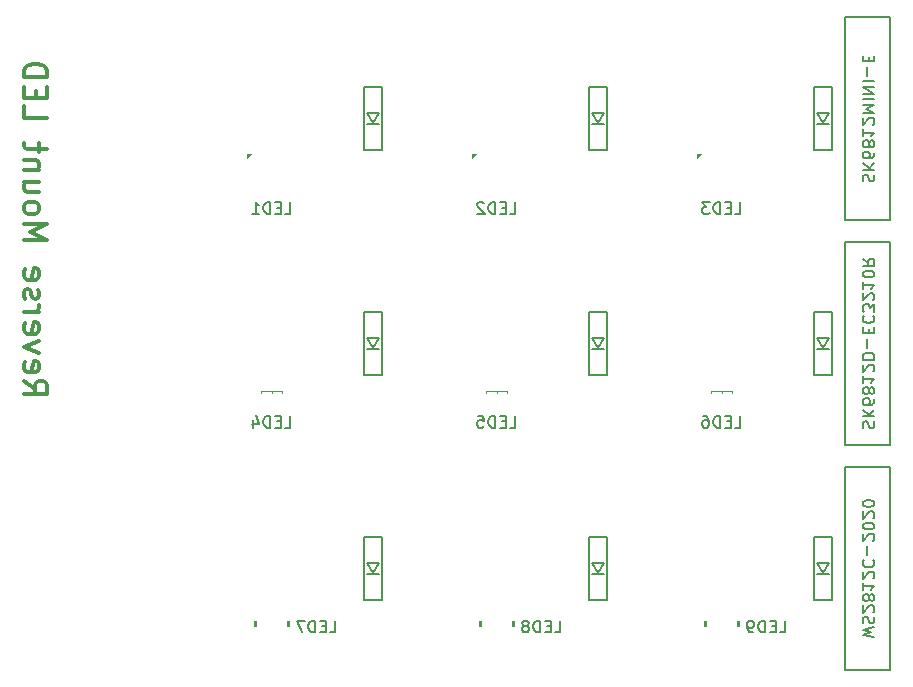
<source format=gbr>
%TF.GenerationSoftware,KiCad,Pcbnew,(6.0.1)*%
%TF.CreationDate,2022-06-19T22:09:19+09:00*%
%TF.ProjectId,reverse-mount-led-keboard,72657665-7273-4652-9d6d-6f756e742d6c,rev?*%
%TF.SameCoordinates,Original*%
%TF.FileFunction,Legend,Bot*%
%TF.FilePolarity,Positive*%
%FSLAX46Y46*%
G04 Gerber Fmt 4.6, Leading zero omitted, Abs format (unit mm)*
G04 Created by KiCad (PCBNEW (6.0.1)) date 2022-06-19 22:09:19*
%MOMM*%
%LPD*%
G01*
G04 APERTURE LIST*
%ADD10C,0.300000*%
%ADD11C,0.150000*%
%ADD12C,0.120000*%
G04 APERTURE END LIST*
D10*
X-766814761Y589300476D02*
X-765862380Y588633809D01*
X-766814761Y588157619D02*
X-764814761Y588157619D01*
X-764814761Y588919523D01*
X-764910000Y589110000D01*
X-765005238Y589205238D01*
X-765195714Y589300476D01*
X-765481428Y589300476D01*
X-765671904Y589205238D01*
X-765767142Y589110000D01*
X-765862380Y588919523D01*
X-765862380Y588157619D01*
X-766719523Y590919523D02*
X-766814761Y590729047D01*
X-766814761Y590348095D01*
X-766719523Y590157619D01*
X-766529047Y590062380D01*
X-765767142Y590062380D01*
X-765576666Y590157619D01*
X-765481428Y590348095D01*
X-765481428Y590729047D01*
X-765576666Y590919523D01*
X-765767142Y591014761D01*
X-765957619Y591014761D01*
X-766148095Y590062380D01*
X-765481428Y591681428D02*
X-766814761Y592157619D01*
X-765481428Y592633809D01*
X-766719523Y594157619D02*
X-766814761Y593967142D01*
X-766814761Y593586190D01*
X-766719523Y593395714D01*
X-766529047Y593300476D01*
X-765767142Y593300476D01*
X-765576666Y593395714D01*
X-765481428Y593586190D01*
X-765481428Y593967142D01*
X-765576666Y594157619D01*
X-765767142Y594252857D01*
X-765957619Y594252857D01*
X-766148095Y593300476D01*
X-766814761Y595110000D02*
X-765481428Y595110000D01*
X-765862380Y595110000D02*
X-765671904Y595205238D01*
X-765576666Y595300476D01*
X-765481428Y595490952D01*
X-765481428Y595681428D01*
X-766719523Y596252857D02*
X-766814761Y596443333D01*
X-766814761Y596824285D01*
X-766719523Y597014761D01*
X-766529047Y597110000D01*
X-766433809Y597110000D01*
X-766243333Y597014761D01*
X-766148095Y596824285D01*
X-766148095Y596538571D01*
X-766052857Y596348095D01*
X-765862380Y596252857D01*
X-765767142Y596252857D01*
X-765576666Y596348095D01*
X-765481428Y596538571D01*
X-765481428Y596824285D01*
X-765576666Y597014761D01*
X-766719523Y598729047D02*
X-766814761Y598538571D01*
X-766814761Y598157619D01*
X-766719523Y597967142D01*
X-766529047Y597871904D01*
X-765767142Y597871904D01*
X-765576666Y597967142D01*
X-765481428Y598157619D01*
X-765481428Y598538571D01*
X-765576666Y598729047D01*
X-765767142Y598824285D01*
X-765957619Y598824285D01*
X-766148095Y597871904D01*
X-766814761Y601205238D02*
X-764814761Y601205238D01*
X-766243333Y601871904D01*
X-764814761Y602538571D01*
X-766814761Y602538571D01*
X-766814761Y603776666D02*
X-766719523Y603586190D01*
X-766624285Y603490952D01*
X-766433809Y603395714D01*
X-765862380Y603395714D01*
X-765671904Y603490952D01*
X-765576666Y603586190D01*
X-765481428Y603776666D01*
X-765481428Y604062380D01*
X-765576666Y604252857D01*
X-765671904Y604348095D01*
X-765862380Y604443333D01*
X-766433809Y604443333D01*
X-766624285Y604348095D01*
X-766719523Y604252857D01*
X-766814761Y604062380D01*
X-766814761Y603776666D01*
X-765481428Y606157619D02*
X-766814761Y606157619D01*
X-765481428Y605300476D02*
X-766529047Y605300476D01*
X-766719523Y605395714D01*
X-766814761Y605586190D01*
X-766814761Y605871904D01*
X-766719523Y606062380D01*
X-766624285Y606157619D01*
X-765481428Y607110000D02*
X-766814761Y607110000D01*
X-765671904Y607110000D02*
X-765576666Y607205238D01*
X-765481428Y607395714D01*
X-765481428Y607681428D01*
X-765576666Y607871904D01*
X-765767142Y607967142D01*
X-766814761Y607967142D01*
X-765481428Y608633809D02*
X-765481428Y609395714D01*
X-764814761Y608919523D02*
X-766529047Y608919523D01*
X-766719523Y609014761D01*
X-766814761Y609205238D01*
X-766814761Y609395714D01*
X-766814761Y612538571D02*
X-766814761Y611586190D01*
X-764814761Y611586190D01*
X-765767142Y613205238D02*
X-765767142Y613871904D01*
X-766814761Y614157619D02*
X-766814761Y613205238D01*
X-764814761Y613205238D01*
X-764814761Y614157619D01*
X-766814761Y615014761D02*
X-764814761Y615014761D01*
X-764814761Y615490952D01*
X-764910000Y615776666D01*
X-765100476Y615967142D01*
X-765290952Y616062380D01*
X-765671904Y616157619D01*
X-765957619Y616157619D01*
X-766338571Y616062380D01*
X-766529047Y615967142D01*
X-766719523Y615776666D01*
X-766814761Y615490952D01*
X-766814761Y615014761D01*
D11*
X-697230000Y601027500D02*
X-693420000Y601027500D01*
X-693420000Y601027500D02*
X-693420000Y583882500D01*
X-693420000Y583882500D02*
X-697230000Y583882500D01*
X-697230000Y583882500D02*
X-697230000Y601027500D01*
X-697230000Y581977500D02*
X-693420000Y581977500D01*
X-693420000Y581977500D02*
X-693420000Y564832500D01*
X-693420000Y564832500D02*
X-697230000Y564832500D01*
X-697230000Y564832500D02*
X-697230000Y581977500D01*
X-697230000Y620077500D02*
X-693420000Y620077500D01*
X-693420000Y620077500D02*
X-693420000Y602932500D01*
X-693420000Y602932500D02*
X-697230000Y602932500D01*
X-697230000Y602932500D02*
X-697230000Y620077500D01*
X-694777380Y567571666D02*
X-695777380Y567809761D01*
X-695063095Y568000238D01*
X-695777380Y568190714D01*
X-694777380Y568428809D01*
X-695729761Y568762142D02*
X-695777380Y568905000D01*
X-695777380Y569143095D01*
X-695729761Y569238333D01*
X-695682142Y569285952D01*
X-695586904Y569333571D01*
X-695491666Y569333571D01*
X-695396428Y569285952D01*
X-695348809Y569238333D01*
X-695301190Y569143095D01*
X-695253571Y568952619D01*
X-695205952Y568857380D01*
X-695158333Y568809761D01*
X-695063095Y568762142D01*
X-694967857Y568762142D01*
X-694872619Y568809761D01*
X-694825000Y568857380D01*
X-694777380Y568952619D01*
X-694777380Y569190714D01*
X-694825000Y569333571D01*
X-694872619Y569714523D02*
X-694825000Y569762142D01*
X-694777380Y569857380D01*
X-694777380Y570095476D01*
X-694825000Y570190714D01*
X-694872619Y570238333D01*
X-694967857Y570285952D01*
X-695063095Y570285952D01*
X-695205952Y570238333D01*
X-695777380Y569666904D01*
X-695777380Y570285952D01*
X-695205952Y570857380D02*
X-695158333Y570762142D01*
X-695110714Y570714523D01*
X-695015476Y570666904D01*
X-694967857Y570666904D01*
X-694872619Y570714523D01*
X-694825000Y570762142D01*
X-694777380Y570857380D01*
X-694777380Y571047857D01*
X-694825000Y571143095D01*
X-694872619Y571190714D01*
X-694967857Y571238333D01*
X-695015476Y571238333D01*
X-695110714Y571190714D01*
X-695158333Y571143095D01*
X-695205952Y571047857D01*
X-695205952Y570857380D01*
X-695253571Y570762142D01*
X-695301190Y570714523D01*
X-695396428Y570666904D01*
X-695586904Y570666904D01*
X-695682142Y570714523D01*
X-695729761Y570762142D01*
X-695777380Y570857380D01*
X-695777380Y571047857D01*
X-695729761Y571143095D01*
X-695682142Y571190714D01*
X-695586904Y571238333D01*
X-695396428Y571238333D01*
X-695301190Y571190714D01*
X-695253571Y571143095D01*
X-695205952Y571047857D01*
X-695777380Y572190714D02*
X-695777380Y571619285D01*
X-695777380Y571905000D02*
X-694777380Y571905000D01*
X-694920238Y571809761D01*
X-695015476Y571714523D01*
X-695063095Y571619285D01*
X-694872619Y572571666D02*
X-694825000Y572619285D01*
X-694777380Y572714523D01*
X-694777380Y572952619D01*
X-694825000Y573047857D01*
X-694872619Y573095476D01*
X-694967857Y573143095D01*
X-695063095Y573143095D01*
X-695205952Y573095476D01*
X-695777380Y572524047D01*
X-695777380Y573143095D01*
X-695682142Y574143095D02*
X-695729761Y574095476D01*
X-695777380Y573952619D01*
X-695777380Y573857380D01*
X-695729761Y573714523D01*
X-695634523Y573619285D01*
X-695539285Y573571666D01*
X-695348809Y573524047D01*
X-695205952Y573524047D01*
X-695015476Y573571666D01*
X-694920238Y573619285D01*
X-694825000Y573714523D01*
X-694777380Y573857380D01*
X-694777380Y573952619D01*
X-694825000Y574095476D01*
X-694872619Y574143095D01*
X-695396428Y574571666D02*
X-695396428Y575333571D01*
X-694872619Y575762142D02*
X-694825000Y575809761D01*
X-694777380Y575905000D01*
X-694777380Y576143095D01*
X-694825000Y576238333D01*
X-694872619Y576285952D01*
X-694967857Y576333571D01*
X-695063095Y576333571D01*
X-695205952Y576285952D01*
X-695777380Y575714523D01*
X-695777380Y576333571D01*
X-694777380Y576952619D02*
X-694777380Y577047857D01*
X-694825000Y577143095D01*
X-694872619Y577190714D01*
X-694967857Y577238333D01*
X-695158333Y577285952D01*
X-695396428Y577285952D01*
X-695586904Y577238333D01*
X-695682142Y577190714D01*
X-695729761Y577143095D01*
X-695777380Y577047857D01*
X-695777380Y576952619D01*
X-695729761Y576857380D01*
X-695682142Y576809761D01*
X-695586904Y576762142D01*
X-695396428Y576714523D01*
X-695158333Y576714523D01*
X-694967857Y576762142D01*
X-694872619Y576809761D01*
X-694825000Y576857380D01*
X-694777380Y576952619D01*
X-694872619Y577666904D02*
X-694825000Y577714523D01*
X-694777380Y577809761D01*
X-694777380Y578047857D01*
X-694825000Y578143095D01*
X-694872619Y578190714D01*
X-694967857Y578238333D01*
X-695063095Y578238333D01*
X-695205952Y578190714D01*
X-695777380Y577619285D01*
X-695777380Y578238333D01*
X-694777380Y578857380D02*
X-694777380Y578952619D01*
X-694825000Y579047857D01*
X-694872619Y579095476D01*
X-694967857Y579143095D01*
X-695158333Y579190714D01*
X-695396428Y579190714D01*
X-695586904Y579143095D01*
X-695682142Y579095476D01*
X-695729761Y579047857D01*
X-695777380Y578952619D01*
X-695777380Y578857380D01*
X-695729761Y578762142D01*
X-695682142Y578714523D01*
X-695586904Y578666904D01*
X-695396428Y578619285D01*
X-695158333Y578619285D01*
X-694967857Y578666904D01*
X-694872619Y578714523D01*
X-694825000Y578762142D01*
X-694777380Y578857380D01*
X-695729761Y585288333D02*
X-695777380Y585431190D01*
X-695777380Y585669285D01*
X-695729761Y585764523D01*
X-695682142Y585812142D01*
X-695586904Y585859761D01*
X-695491666Y585859761D01*
X-695396428Y585812142D01*
X-695348809Y585764523D01*
X-695301190Y585669285D01*
X-695253571Y585478809D01*
X-695205952Y585383571D01*
X-695158333Y585335952D01*
X-695063095Y585288333D01*
X-694967857Y585288333D01*
X-694872619Y585335952D01*
X-694825000Y585383571D01*
X-694777380Y585478809D01*
X-694777380Y585716904D01*
X-694825000Y585859761D01*
X-695777380Y586288333D02*
X-694777380Y586288333D01*
X-695777380Y586859761D02*
X-695205952Y586431190D01*
X-694777380Y586859761D02*
X-695348809Y586288333D01*
X-694777380Y587716904D02*
X-694777380Y587526428D01*
X-694825000Y587431190D01*
X-694872619Y587383571D01*
X-695015476Y587288333D01*
X-695205952Y587240714D01*
X-695586904Y587240714D01*
X-695682142Y587288333D01*
X-695729761Y587335952D01*
X-695777380Y587431190D01*
X-695777380Y587621666D01*
X-695729761Y587716904D01*
X-695682142Y587764523D01*
X-695586904Y587812142D01*
X-695348809Y587812142D01*
X-695253571Y587764523D01*
X-695205952Y587716904D01*
X-695158333Y587621666D01*
X-695158333Y587431190D01*
X-695205952Y587335952D01*
X-695253571Y587288333D01*
X-695348809Y587240714D01*
X-695205952Y588383571D02*
X-695158333Y588288333D01*
X-695110714Y588240714D01*
X-695015476Y588193095D01*
X-694967857Y588193095D01*
X-694872619Y588240714D01*
X-694825000Y588288333D01*
X-694777380Y588383571D01*
X-694777380Y588574047D01*
X-694825000Y588669285D01*
X-694872619Y588716904D01*
X-694967857Y588764523D01*
X-695015476Y588764523D01*
X-695110714Y588716904D01*
X-695158333Y588669285D01*
X-695205952Y588574047D01*
X-695205952Y588383571D01*
X-695253571Y588288333D01*
X-695301190Y588240714D01*
X-695396428Y588193095D01*
X-695586904Y588193095D01*
X-695682142Y588240714D01*
X-695729761Y588288333D01*
X-695777380Y588383571D01*
X-695777380Y588574047D01*
X-695729761Y588669285D01*
X-695682142Y588716904D01*
X-695586904Y588764523D01*
X-695396428Y588764523D01*
X-695301190Y588716904D01*
X-695253571Y588669285D01*
X-695205952Y588574047D01*
X-695777380Y589716904D02*
X-695777380Y589145476D01*
X-695777380Y589431190D02*
X-694777380Y589431190D01*
X-694920238Y589335952D01*
X-695015476Y589240714D01*
X-695063095Y589145476D01*
X-694872619Y590097857D02*
X-694825000Y590145476D01*
X-694777380Y590240714D01*
X-694777380Y590478809D01*
X-694825000Y590574047D01*
X-694872619Y590621666D01*
X-694967857Y590669285D01*
X-695063095Y590669285D01*
X-695205952Y590621666D01*
X-695777380Y590050238D01*
X-695777380Y590669285D01*
X-695777380Y591097857D02*
X-694777380Y591097857D01*
X-694777380Y591335952D01*
X-694825000Y591478809D01*
X-694920238Y591574047D01*
X-695015476Y591621666D01*
X-695205952Y591669285D01*
X-695348809Y591669285D01*
X-695539285Y591621666D01*
X-695634523Y591574047D01*
X-695729761Y591478809D01*
X-695777380Y591335952D01*
X-695777380Y591097857D01*
X-695396428Y592097857D02*
X-695396428Y592859761D01*
X-695253571Y593335952D02*
X-695253571Y593669285D01*
X-695777380Y593812142D02*
X-695777380Y593335952D01*
X-694777380Y593335952D01*
X-694777380Y593812142D01*
X-695682142Y594812142D02*
X-695729761Y594764523D01*
X-695777380Y594621666D01*
X-695777380Y594526428D01*
X-695729761Y594383571D01*
X-695634523Y594288333D01*
X-695539285Y594240714D01*
X-695348809Y594193095D01*
X-695205952Y594193095D01*
X-695015476Y594240714D01*
X-694920238Y594288333D01*
X-694825000Y594383571D01*
X-694777380Y594526428D01*
X-694777380Y594621666D01*
X-694825000Y594764523D01*
X-694872619Y594812142D01*
X-694777380Y595145476D02*
X-694777380Y595764523D01*
X-695158333Y595431190D01*
X-695158333Y595574047D01*
X-695205952Y595669285D01*
X-695253571Y595716904D01*
X-695348809Y595764523D01*
X-695586904Y595764523D01*
X-695682142Y595716904D01*
X-695729761Y595669285D01*
X-695777380Y595574047D01*
X-695777380Y595288333D01*
X-695729761Y595193095D01*
X-695682142Y595145476D01*
X-694872619Y596145476D02*
X-694825000Y596193095D01*
X-694777380Y596288333D01*
X-694777380Y596526428D01*
X-694825000Y596621666D01*
X-694872619Y596669285D01*
X-694967857Y596716904D01*
X-695063095Y596716904D01*
X-695205952Y596669285D01*
X-695777380Y596097857D01*
X-695777380Y596716904D01*
X-695777380Y597669285D02*
X-695777380Y597097857D01*
X-695777380Y597383571D02*
X-694777380Y597383571D01*
X-694920238Y597288333D01*
X-695015476Y597193095D01*
X-695063095Y597097857D01*
X-694777380Y598288333D02*
X-694777380Y598383571D01*
X-694825000Y598478809D01*
X-694872619Y598526428D01*
X-694967857Y598574047D01*
X-695158333Y598621666D01*
X-695396428Y598621666D01*
X-695586904Y598574047D01*
X-695682142Y598526428D01*
X-695729761Y598478809D01*
X-695777380Y598383571D01*
X-695777380Y598288333D01*
X-695729761Y598193095D01*
X-695682142Y598145476D01*
X-695586904Y598097857D01*
X-695396428Y598050238D01*
X-695158333Y598050238D01*
X-694967857Y598097857D01*
X-694872619Y598145476D01*
X-694825000Y598193095D01*
X-694777380Y598288333D01*
X-695777380Y599621666D02*
X-695301190Y599288333D01*
X-695777380Y599050238D02*
X-694777380Y599050238D01*
X-694777380Y599431190D01*
X-694825000Y599526428D01*
X-694872619Y599574047D01*
X-694967857Y599621666D01*
X-695110714Y599621666D01*
X-695205952Y599574047D01*
X-695253571Y599526428D01*
X-695301190Y599431190D01*
X-695301190Y599050238D01*
X-695729761Y606171666D02*
X-695777380Y606314523D01*
X-695777380Y606552619D01*
X-695729761Y606647857D01*
X-695682142Y606695476D01*
X-695586904Y606743095D01*
X-695491666Y606743095D01*
X-695396428Y606695476D01*
X-695348809Y606647857D01*
X-695301190Y606552619D01*
X-695253571Y606362142D01*
X-695205952Y606266904D01*
X-695158333Y606219285D01*
X-695063095Y606171666D01*
X-694967857Y606171666D01*
X-694872619Y606219285D01*
X-694825000Y606266904D01*
X-694777380Y606362142D01*
X-694777380Y606600238D01*
X-694825000Y606743095D01*
X-695777380Y607171666D02*
X-694777380Y607171666D01*
X-695777380Y607743095D02*
X-695205952Y607314523D01*
X-694777380Y607743095D02*
X-695348809Y607171666D01*
X-694777380Y608600238D02*
X-694777380Y608409761D01*
X-694825000Y608314523D01*
X-694872619Y608266904D01*
X-695015476Y608171666D01*
X-695205952Y608124047D01*
X-695586904Y608124047D01*
X-695682142Y608171666D01*
X-695729761Y608219285D01*
X-695777380Y608314523D01*
X-695777380Y608505000D01*
X-695729761Y608600238D01*
X-695682142Y608647857D01*
X-695586904Y608695476D01*
X-695348809Y608695476D01*
X-695253571Y608647857D01*
X-695205952Y608600238D01*
X-695158333Y608505000D01*
X-695158333Y608314523D01*
X-695205952Y608219285D01*
X-695253571Y608171666D01*
X-695348809Y608124047D01*
X-695205952Y609266904D02*
X-695158333Y609171666D01*
X-695110714Y609124047D01*
X-695015476Y609076428D01*
X-694967857Y609076428D01*
X-694872619Y609124047D01*
X-694825000Y609171666D01*
X-694777380Y609266904D01*
X-694777380Y609457380D01*
X-694825000Y609552619D01*
X-694872619Y609600238D01*
X-694967857Y609647857D01*
X-695015476Y609647857D01*
X-695110714Y609600238D01*
X-695158333Y609552619D01*
X-695205952Y609457380D01*
X-695205952Y609266904D01*
X-695253571Y609171666D01*
X-695301190Y609124047D01*
X-695396428Y609076428D01*
X-695586904Y609076428D01*
X-695682142Y609124047D01*
X-695729761Y609171666D01*
X-695777380Y609266904D01*
X-695777380Y609457380D01*
X-695729761Y609552619D01*
X-695682142Y609600238D01*
X-695586904Y609647857D01*
X-695396428Y609647857D01*
X-695301190Y609600238D01*
X-695253571Y609552619D01*
X-695205952Y609457380D01*
X-695777380Y610600238D02*
X-695777380Y610028809D01*
X-695777380Y610314523D02*
X-694777380Y610314523D01*
X-694920238Y610219285D01*
X-695015476Y610124047D01*
X-695063095Y610028809D01*
X-694872619Y610981190D02*
X-694825000Y611028809D01*
X-694777380Y611124047D01*
X-694777380Y611362142D01*
X-694825000Y611457380D01*
X-694872619Y611505000D01*
X-694967857Y611552619D01*
X-695063095Y611552619D01*
X-695205952Y611505000D01*
X-695777380Y610933571D01*
X-695777380Y611552619D01*
X-695777380Y611981190D02*
X-694777380Y611981190D01*
X-695491666Y612314523D01*
X-694777380Y612647857D01*
X-695777380Y612647857D01*
X-695777380Y613124047D02*
X-694777380Y613124047D01*
X-695777380Y613600238D02*
X-694777380Y613600238D01*
X-695777380Y614171666D01*
X-694777380Y614171666D01*
X-695777380Y614647857D02*
X-694777380Y614647857D01*
X-695396428Y615124047D02*
X-695396428Y615885952D01*
X-695253571Y616362142D02*
X-695253571Y616695476D01*
X-695777380Y616838333D02*
X-695777380Y616362142D01*
X-694777380Y616362142D01*
X-694777380Y616838333D01*
%TO.C,LED6*%
X-706587952Y585335119D02*
X-706111761Y585335119D01*
X-706111761Y586335119D01*
X-706921285Y585858928D02*
X-707254619Y585858928D01*
X-707397476Y585335119D02*
X-706921285Y585335119D01*
X-706921285Y586335119D01*
X-707397476Y586335119D01*
X-707826047Y585335119D02*
X-707826047Y586335119D01*
X-708064142Y586335119D01*
X-708207000Y586287500D01*
X-708302238Y586192261D01*
X-708349857Y586097023D01*
X-708397476Y585906547D01*
X-708397476Y585763690D01*
X-708349857Y585573214D01*
X-708302238Y585477976D01*
X-708207000Y585382738D01*
X-708064142Y585335119D01*
X-707826047Y585335119D01*
X-709254619Y586335119D02*
X-709064142Y586335119D01*
X-708968904Y586287500D01*
X-708921285Y586239880D01*
X-708826047Y586097023D01*
X-708778428Y585906547D01*
X-708778428Y585525595D01*
X-708826047Y585430357D01*
X-708873666Y585382738D01*
X-708968904Y585335119D01*
X-709159380Y585335119D01*
X-709254619Y585382738D01*
X-709302238Y585430357D01*
X-709349857Y585525595D01*
X-709349857Y585763690D01*
X-709302238Y585858928D01*
X-709254619Y585906547D01*
X-709159380Y585954166D01*
X-708968904Y585954166D01*
X-708873666Y585906547D01*
X-708826047Y585858928D01*
X-708778428Y585763690D01*
%TO.C,LED2*%
X-725637952Y603432619D02*
X-725161761Y603432619D01*
X-725161761Y604432619D01*
X-725971285Y603956428D02*
X-726304619Y603956428D01*
X-726447476Y603432619D02*
X-725971285Y603432619D01*
X-725971285Y604432619D01*
X-726447476Y604432619D01*
X-726876047Y603432619D02*
X-726876047Y604432619D01*
X-727114142Y604432619D01*
X-727257000Y604385000D01*
X-727352238Y604289761D01*
X-727399857Y604194523D01*
X-727447476Y604004047D01*
X-727447476Y603861190D01*
X-727399857Y603670714D01*
X-727352238Y603575476D01*
X-727257000Y603480238D01*
X-727114142Y603432619D01*
X-726876047Y603432619D01*
X-727828428Y604337380D02*
X-727876047Y604385000D01*
X-727971285Y604432619D01*
X-728209380Y604432619D01*
X-728304619Y604385000D01*
X-728352238Y604337380D01*
X-728399857Y604242142D01*
X-728399857Y604146904D01*
X-728352238Y604004047D01*
X-727780809Y603432619D01*
X-728399857Y603432619D01*
%TO.C,LED9*%
X-702777952Y567992619D02*
X-702301761Y567992619D01*
X-702301761Y568992619D01*
X-703111285Y568516428D02*
X-703444619Y568516428D01*
X-703587476Y567992619D02*
X-703111285Y567992619D01*
X-703111285Y568992619D01*
X-703587476Y568992619D01*
X-704016047Y567992619D02*
X-704016047Y568992619D01*
X-704254142Y568992619D01*
X-704397000Y568945000D01*
X-704492238Y568849761D01*
X-704539857Y568754523D01*
X-704587476Y568564047D01*
X-704587476Y568421190D01*
X-704539857Y568230714D01*
X-704492238Y568135476D01*
X-704397000Y568040238D01*
X-704254142Y567992619D01*
X-704016047Y567992619D01*
X-705063666Y567992619D02*
X-705254142Y567992619D01*
X-705349380Y568040238D01*
X-705397000Y568087857D01*
X-705492238Y568230714D01*
X-705539857Y568421190D01*
X-705539857Y568802142D01*
X-705492238Y568897380D01*
X-705444619Y568945000D01*
X-705349380Y568992619D01*
X-705158904Y568992619D01*
X-705063666Y568945000D01*
X-705016047Y568897380D01*
X-704968428Y568802142D01*
X-704968428Y568564047D01*
X-705016047Y568468809D01*
X-705063666Y568421190D01*
X-705158904Y568373571D01*
X-705349380Y568373571D01*
X-705444619Y568421190D01*
X-705492238Y568468809D01*
X-705539857Y568564047D01*
%TO.C,LED8*%
X-721827952Y567992619D02*
X-721351761Y567992619D01*
X-721351761Y568992619D01*
X-722161285Y568516428D02*
X-722494619Y568516428D01*
X-722637476Y567992619D02*
X-722161285Y567992619D01*
X-722161285Y568992619D01*
X-722637476Y568992619D01*
X-723066047Y567992619D02*
X-723066047Y568992619D01*
X-723304142Y568992619D01*
X-723447000Y568945000D01*
X-723542238Y568849761D01*
X-723589857Y568754523D01*
X-723637476Y568564047D01*
X-723637476Y568421190D01*
X-723589857Y568230714D01*
X-723542238Y568135476D01*
X-723447000Y568040238D01*
X-723304142Y567992619D01*
X-723066047Y567992619D01*
X-724208904Y568564047D02*
X-724113666Y568611666D01*
X-724066047Y568659285D01*
X-724018428Y568754523D01*
X-724018428Y568802142D01*
X-724066047Y568897380D01*
X-724113666Y568945000D01*
X-724208904Y568992619D01*
X-724399380Y568992619D01*
X-724494619Y568945000D01*
X-724542238Y568897380D01*
X-724589857Y568802142D01*
X-724589857Y568754523D01*
X-724542238Y568659285D01*
X-724494619Y568611666D01*
X-724399380Y568564047D01*
X-724208904Y568564047D01*
X-724113666Y568516428D01*
X-724066047Y568468809D01*
X-724018428Y568373571D01*
X-724018428Y568183095D01*
X-724066047Y568087857D01*
X-724113666Y568040238D01*
X-724208904Y567992619D01*
X-724399380Y567992619D01*
X-724494619Y568040238D01*
X-724542238Y568087857D01*
X-724589857Y568183095D01*
X-724589857Y568373571D01*
X-724542238Y568468809D01*
X-724494619Y568516428D01*
X-724399380Y568564047D01*
%TO.C,LED3*%
X-706587952Y603432619D02*
X-706111761Y603432619D01*
X-706111761Y604432619D01*
X-706921285Y603956428D02*
X-707254619Y603956428D01*
X-707397476Y603432619D02*
X-706921285Y603432619D01*
X-706921285Y604432619D01*
X-707397476Y604432619D01*
X-707826047Y603432619D02*
X-707826047Y604432619D01*
X-708064142Y604432619D01*
X-708207000Y604385000D01*
X-708302238Y604289761D01*
X-708349857Y604194523D01*
X-708397476Y604004047D01*
X-708397476Y603861190D01*
X-708349857Y603670714D01*
X-708302238Y603575476D01*
X-708207000Y603480238D01*
X-708064142Y603432619D01*
X-707826047Y603432619D01*
X-708730809Y604432619D02*
X-709349857Y604432619D01*
X-709016523Y604051666D01*
X-709159380Y604051666D01*
X-709254619Y604004047D01*
X-709302238Y603956428D01*
X-709349857Y603861190D01*
X-709349857Y603623095D01*
X-709302238Y603527857D01*
X-709254619Y603480238D01*
X-709159380Y603432619D01*
X-708873666Y603432619D01*
X-708778428Y603480238D01*
X-708730809Y603527857D01*
%TO.C,LED7*%
X-740877952Y567992619D02*
X-740401761Y567992619D01*
X-740401761Y568992619D01*
X-741211285Y568516428D02*
X-741544619Y568516428D01*
X-741687476Y567992619D02*
X-741211285Y567992619D01*
X-741211285Y568992619D01*
X-741687476Y568992619D01*
X-742116047Y567992619D02*
X-742116047Y568992619D01*
X-742354142Y568992619D01*
X-742497000Y568945000D01*
X-742592238Y568849761D01*
X-742639857Y568754523D01*
X-742687476Y568564047D01*
X-742687476Y568421190D01*
X-742639857Y568230714D01*
X-742592238Y568135476D01*
X-742497000Y568040238D01*
X-742354142Y567992619D01*
X-742116047Y567992619D01*
X-743020809Y568992619D02*
X-743687476Y568992619D01*
X-743258904Y567992619D01*
%TO.C,LED1*%
X-744687952Y603432619D02*
X-744211761Y603432619D01*
X-744211761Y604432619D01*
X-745021285Y603956428D02*
X-745354619Y603956428D01*
X-745497476Y603432619D02*
X-745021285Y603432619D01*
X-745021285Y604432619D01*
X-745497476Y604432619D01*
X-745926047Y603432619D02*
X-745926047Y604432619D01*
X-746164142Y604432619D01*
X-746307000Y604385000D01*
X-746402238Y604289761D01*
X-746449857Y604194523D01*
X-746497476Y604004047D01*
X-746497476Y603861190D01*
X-746449857Y603670714D01*
X-746402238Y603575476D01*
X-746307000Y603480238D01*
X-746164142Y603432619D01*
X-745926047Y603432619D01*
X-747449857Y603432619D02*
X-746878428Y603432619D01*
X-747164142Y603432619D02*
X-747164142Y604432619D01*
X-747068904Y604289761D01*
X-746973666Y604194523D01*
X-746878428Y604146904D01*
%TO.C,LED4*%
X-744687952Y585335119D02*
X-744211761Y585335119D01*
X-744211761Y586335119D01*
X-745021285Y585858928D02*
X-745354619Y585858928D01*
X-745497476Y585335119D02*
X-745021285Y585335119D01*
X-745021285Y586335119D01*
X-745497476Y586335119D01*
X-745926047Y585335119D02*
X-745926047Y586335119D01*
X-746164142Y586335119D01*
X-746307000Y586287500D01*
X-746402238Y586192261D01*
X-746449857Y586097023D01*
X-746497476Y585906547D01*
X-746497476Y585763690D01*
X-746449857Y585573214D01*
X-746402238Y585477976D01*
X-746307000Y585382738D01*
X-746164142Y585335119D01*
X-745926047Y585335119D01*
X-747354619Y586001785D02*
X-747354619Y585335119D01*
X-747116523Y586382738D02*
X-746878428Y585668452D01*
X-747497476Y585668452D01*
%TO.C,LED5*%
X-725637952Y585335119D02*
X-725161761Y585335119D01*
X-725161761Y586335119D01*
X-725971285Y585858928D02*
X-726304619Y585858928D01*
X-726447476Y585335119D02*
X-725971285Y585335119D01*
X-725971285Y586335119D01*
X-726447476Y586335119D01*
X-726876047Y585335119D02*
X-726876047Y586335119D01*
X-727114142Y586335119D01*
X-727257000Y586287500D01*
X-727352238Y586192261D01*
X-727399857Y586097023D01*
X-727447476Y585906547D01*
X-727447476Y585763690D01*
X-727399857Y585573214D01*
X-727352238Y585477976D01*
X-727257000Y585382738D01*
X-727114142Y585335119D01*
X-726876047Y585335119D01*
X-728352238Y586335119D02*
X-727876047Y586335119D01*
X-727828428Y585858928D01*
X-727876047Y585906547D01*
X-727971285Y585954166D01*
X-728209380Y585954166D01*
X-728304619Y585906547D01*
X-728352238Y585858928D01*
X-728399857Y585763690D01*
X-728399857Y585525595D01*
X-728352238Y585430357D01*
X-728304619Y585382738D01*
X-728209380Y585335119D01*
X-727971285Y585335119D01*
X-727876047Y585382738D01*
X-727828428Y585430357D01*
D12*
%TO.C,LED6*%
X-707707000Y588245000D02*
X-707707000Y588395000D01*
X-706807000Y588245000D02*
X-706807000Y588395000D01*
X-708607000Y588395000D02*
X-708607000Y588245000D01*
X-708607000Y588395000D02*
X-706807000Y588395000D01*
D11*
%TO.C,D3*%
X-699885000Y608805000D02*
X-699885000Y614205000D01*
X-698385000Y608805000D02*
X-699885000Y608805000D01*
X-698385000Y614205000D02*
X-699885000Y614205000D01*
X-699135000Y611105000D02*
X-698635000Y612005000D01*
X-698635000Y612005000D02*
X-699635000Y612005000D01*
X-698385000Y614205000D02*
X-698385000Y608805000D01*
X-698635000Y611005000D02*
X-699635000Y611005000D01*
X-699635000Y612005000D02*
X-699135000Y611105000D01*
D12*
%TO.C,LED2*%
X-728507000Y608470000D02*
X-728882000Y608470000D01*
X-728882000Y608470000D02*
X-728882000Y608170000D01*
X-728882000Y608170000D02*
X-728507000Y608470000D01*
G36*
X-728882000Y608170000D02*
G01*
X-728882000Y608470000D01*
X-728507000Y608470000D01*
X-728882000Y608170000D01*
G37*
X-728882000Y608170000D02*
X-728882000Y608470000D01*
X-728507000Y608470000D01*
X-728882000Y608170000D01*
%TO.C,LED9*%
X-706407000Y568945000D02*
X-706207000Y568945000D01*
X-706207000Y568945000D02*
X-706207000Y568495000D01*
X-706207000Y568495000D02*
X-706407000Y568495000D01*
X-706407000Y568495000D02*
X-706407000Y568945000D01*
G36*
X-706407000Y568945000D02*
G01*
X-706207000Y568945000D01*
X-706207000Y568495000D01*
X-706407000Y568495000D01*
X-706407000Y568945000D01*
G37*
X-709207000Y568945000D02*
X-709007000Y568945000D01*
X-709007000Y568945000D02*
X-709007000Y568495000D01*
X-709007000Y568495000D02*
X-709207000Y568495000D01*
X-709207000Y568495000D02*
X-709207000Y568945000D01*
G36*
X-709207000Y568945000D02*
G01*
X-709007000Y568945000D01*
X-709007000Y568495000D01*
X-709207000Y568495000D01*
X-709207000Y568945000D01*
G37*
D11*
%TO.C,D2*%
X-718685000Y612005000D02*
X-718185000Y611105000D01*
X-718935000Y608805000D02*
X-718935000Y614205000D01*
X-717435000Y614205000D02*
X-718935000Y614205000D01*
X-717435000Y608805000D02*
X-718935000Y608805000D01*
X-717435000Y614205000D02*
X-717435000Y608805000D01*
X-718185000Y611105000D02*
X-717685000Y612005000D01*
X-717685000Y612005000D02*
X-718685000Y612005000D01*
X-717685000Y611005000D02*
X-718685000Y611005000D01*
D12*
%TO.C,LED8*%
X-725457000Y568945000D02*
X-725257000Y568945000D01*
X-725257000Y568945000D02*
X-725257000Y568495000D01*
X-725257000Y568495000D02*
X-725457000Y568495000D01*
X-725457000Y568495000D02*
X-725457000Y568945000D01*
G36*
X-725457000Y568945000D02*
G01*
X-725257000Y568945000D01*
X-725257000Y568495000D01*
X-725457000Y568495000D01*
X-725457000Y568945000D01*
G37*
X-728257000Y568945000D02*
X-728057000Y568945000D01*
X-728057000Y568945000D02*
X-728057000Y568495000D01*
X-728057000Y568495000D02*
X-728257000Y568495000D01*
X-728257000Y568495000D02*
X-728257000Y568945000D01*
G36*
X-728257000Y568945000D02*
G01*
X-728057000Y568945000D01*
X-728057000Y568495000D01*
X-728257000Y568495000D01*
X-728257000Y568945000D01*
G37*
D11*
%TO.C,D4*%
X-737235000Y592055000D02*
X-736735000Y592955000D01*
X-736735000Y591955000D02*
X-737735000Y591955000D01*
X-736485000Y589755000D02*
X-737985000Y589755000D01*
X-736485000Y595155000D02*
X-737985000Y595155000D01*
X-736485000Y595155000D02*
X-736485000Y589755000D01*
X-737735000Y592955000D02*
X-737235000Y592055000D01*
X-737985000Y589755000D02*
X-737985000Y595155000D01*
X-736735000Y592955000D02*
X-737735000Y592955000D01*
%TO.C,D1*%
X-736485000Y614205000D02*
X-737985000Y614205000D01*
X-737235000Y611105000D02*
X-736735000Y612005000D01*
X-737735000Y612005000D02*
X-737235000Y611105000D01*
X-736735000Y611005000D02*
X-737735000Y611005000D01*
X-737985000Y608805000D02*
X-737985000Y614205000D01*
X-736735000Y612005000D02*
X-737735000Y612005000D01*
X-736485000Y608805000D02*
X-737985000Y608805000D01*
X-736485000Y614205000D02*
X-736485000Y608805000D01*
D12*
%TO.C,LED3*%
X-709457000Y608470000D02*
X-709832000Y608470000D01*
X-709832000Y608470000D02*
X-709832000Y608170000D01*
X-709832000Y608170000D02*
X-709457000Y608470000D01*
G36*
X-709832000Y608170000D02*
G01*
X-709832000Y608470000D01*
X-709457000Y608470000D01*
X-709832000Y608170000D01*
G37*
X-709832000Y608170000D02*
X-709832000Y608470000D01*
X-709457000Y608470000D01*
X-709832000Y608170000D01*
D11*
%TO.C,D8*%
X-717435000Y576105000D02*
X-718935000Y576105000D01*
X-718185000Y573005000D02*
X-717685000Y573905000D01*
X-717435000Y570705000D02*
X-718935000Y570705000D01*
X-717685000Y573905000D02*
X-718685000Y573905000D01*
X-718685000Y573905000D02*
X-718185000Y573005000D01*
X-718935000Y570705000D02*
X-718935000Y576105000D01*
X-717685000Y572905000D02*
X-718685000Y572905000D01*
X-717435000Y576105000D02*
X-717435000Y570705000D01*
%TO.C,D7*%
X-737735000Y573905000D02*
X-737235000Y573005000D01*
X-737235000Y573005000D02*
X-736735000Y573905000D01*
X-736485000Y570705000D02*
X-737985000Y570705000D01*
X-736735000Y573905000D02*
X-737735000Y573905000D01*
X-736735000Y572905000D02*
X-737735000Y572905000D01*
X-736485000Y576105000D02*
X-737985000Y576105000D01*
X-736485000Y576105000D02*
X-736485000Y570705000D01*
X-737985000Y570705000D02*
X-737985000Y576105000D01*
D12*
%TO.C,LED7*%
X-747307000Y568945000D02*
X-747107000Y568945000D01*
X-747107000Y568945000D02*
X-747107000Y568495000D01*
X-747107000Y568495000D02*
X-747307000Y568495000D01*
X-747307000Y568495000D02*
X-747307000Y568945000D01*
G36*
X-747307000Y568945000D02*
G01*
X-747107000Y568945000D01*
X-747107000Y568495000D01*
X-747307000Y568495000D01*
X-747307000Y568945000D01*
G37*
X-744507000Y568945000D02*
X-744307000Y568945000D01*
X-744307000Y568945000D02*
X-744307000Y568495000D01*
X-744307000Y568495000D02*
X-744507000Y568495000D01*
X-744507000Y568495000D02*
X-744507000Y568945000D01*
G36*
X-744507000Y568945000D02*
G01*
X-744307000Y568945000D01*
X-744307000Y568495000D01*
X-744507000Y568495000D01*
X-744507000Y568945000D01*
G37*
D11*
%TO.C,D5*%
X-717435000Y595155000D02*
X-717435000Y589755000D01*
X-717685000Y592955000D02*
X-718685000Y592955000D01*
X-717435000Y595155000D02*
X-718935000Y595155000D01*
X-717685000Y591955000D02*
X-718685000Y591955000D01*
X-717435000Y589755000D02*
X-718935000Y589755000D01*
X-718185000Y592055000D02*
X-717685000Y592955000D01*
X-718935000Y589755000D02*
X-718935000Y595155000D01*
X-718685000Y592955000D02*
X-718185000Y592055000D01*
D12*
%TO.C,LED1*%
X-747557000Y608470000D02*
X-747932000Y608470000D01*
X-747932000Y608470000D02*
X-747932000Y608170000D01*
X-747932000Y608170000D02*
X-747557000Y608470000D01*
G36*
X-747932000Y608170000D02*
G01*
X-747932000Y608470000D01*
X-747557000Y608470000D01*
X-747932000Y608170000D01*
G37*
X-747932000Y608170000D02*
X-747932000Y608470000D01*
X-747557000Y608470000D01*
X-747932000Y608170000D01*
%TO.C,LED4*%
X-746707000Y588395000D02*
X-746707000Y588245000D01*
X-746707000Y588395000D02*
X-744907000Y588395000D01*
X-745807000Y588245000D02*
X-745807000Y588395000D01*
X-744907000Y588245000D02*
X-744907000Y588395000D01*
D11*
%TO.C,D9*%
X-698635000Y573905000D02*
X-699635000Y573905000D01*
X-699885000Y570705000D02*
X-699885000Y576105000D01*
X-698635000Y572905000D02*
X-699635000Y572905000D01*
X-698385000Y576105000D02*
X-699885000Y576105000D01*
X-698385000Y570705000D02*
X-699885000Y570705000D01*
X-699635000Y573905000D02*
X-699135000Y573005000D01*
X-699135000Y573005000D02*
X-698635000Y573905000D01*
X-698385000Y576105000D02*
X-698385000Y570705000D01*
D12*
%TO.C,LED5*%
X-727657000Y588395000D02*
X-727657000Y588245000D01*
X-726757000Y588245000D02*
X-726757000Y588395000D01*
X-725857000Y588245000D02*
X-725857000Y588395000D01*
X-727657000Y588395000D02*
X-725857000Y588395000D01*
D11*
%TO.C,D6*%
X-698635000Y592955000D02*
X-699635000Y592955000D01*
X-698385000Y595155000D02*
X-699885000Y595155000D01*
X-699885000Y589755000D02*
X-699885000Y595155000D01*
X-698385000Y595155000D02*
X-698385000Y589755000D01*
X-698385000Y589755000D02*
X-699885000Y589755000D01*
X-699635000Y592955000D02*
X-699135000Y592055000D01*
X-699135000Y592055000D02*
X-698635000Y592955000D01*
X-698635000Y591955000D02*
X-699635000Y591955000D01*
%TD*%
M02*

</source>
